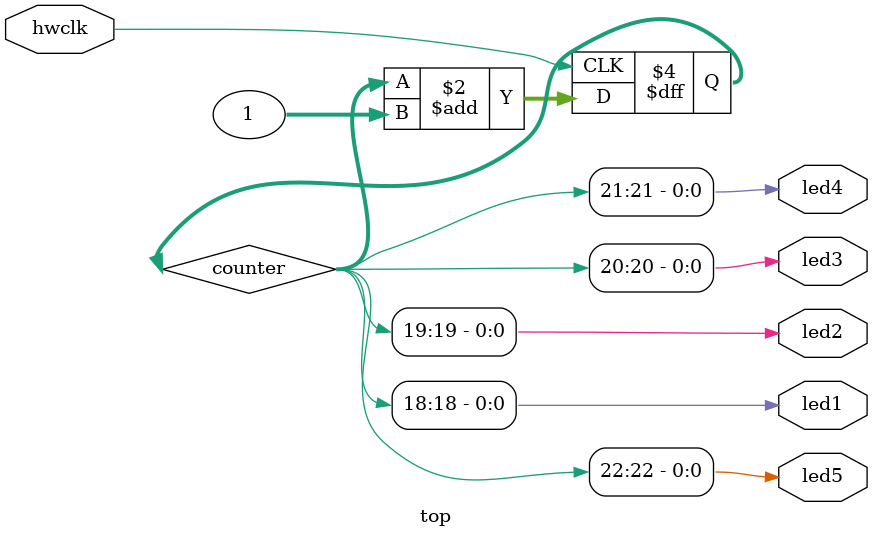
<source format=v>
/* module */
module top (hwclk, led1, led2, led3, led4, led5 );
    /* I/O */
    input hwclk;
    output led1;
    output led2;
    output led3;
    output led4;
    output led5;

    /* Counter register */
    reg [31:0] counter = 32'b0;

    /* LED drivers */
    assign led1 = counter[18];
    assign led2 = counter[19];
    assign led3 = counter[20];
    assign led4 = counter[21];
    assign led5 = counter[22];

    /* always */
    always @ (posedge hwclk) begin
        counter <= counter + 1;
    end

endmodule

</source>
